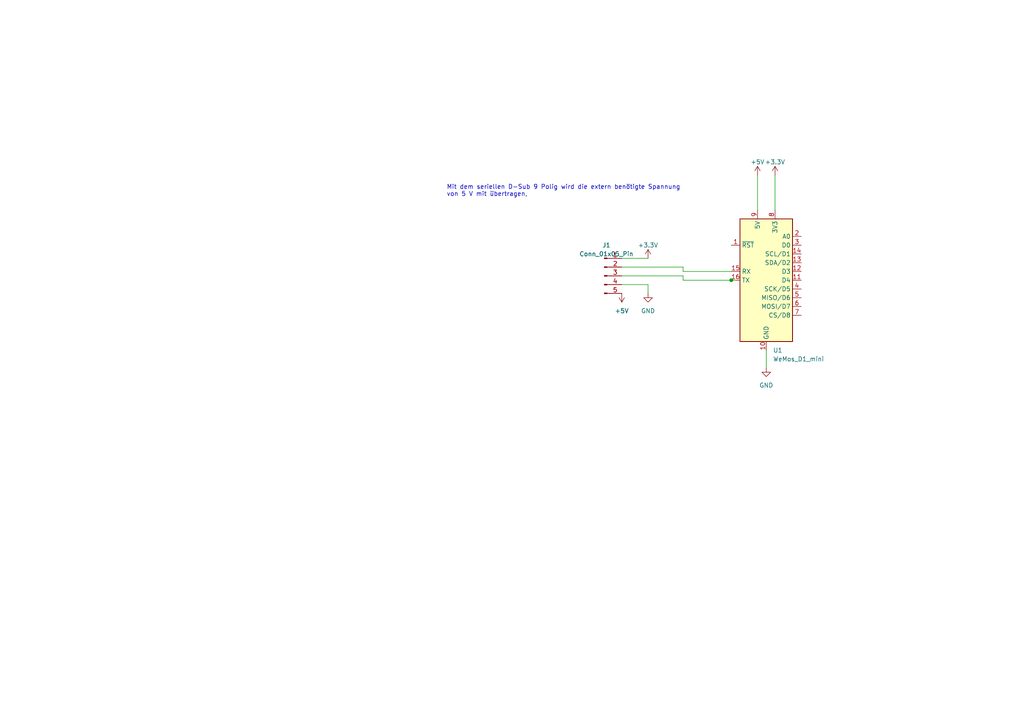
<source format=kicad_sch>
(kicad_sch (version 20230121) (generator eeschema)
  (paper "A4")
  (lib_symbols
    (symbol "Connector:Conn_01x05_Pin" (pin_names (offset 1.016) hide)
      (property "Reference" "J" (at 0 7.62 0))
      (property "Value" "Conn_01x05_Pin" (at 0 -7.62 0))
      (symbol "Conn_01x05_Pin_1_1"
        (polyline (pts (xy 1.27 -5.08) (xy 0.8636 -5.08)) (stroke (width 0.1524)))
        (polyline (pts (xy 1.27 -2.54) (xy 0.8636 -2.54)) (stroke (width 0.1524)))
        (polyline (pts (xy 1.27 0) (xy 0.8636 0)) (stroke (width 0.1524)))
        (polyline (pts (xy 1.27 2.54) (xy 0.8636 2.54)) (stroke (width 0.1524)))
        (polyline (pts (xy 1.27 5.08) (xy 0.8636 5.08)) (stroke (width 0.1524)))
        (rectangle (start 0.8636 -4.953) (end 0 -5.207) (stroke (width 0.1524)) (fill (type outline)))
        (rectangle (start 0.8636 -2.413) (end 0 -2.667) (stroke (width 0.1524)) (fill (type outline)))
        (rectangle (start 0.8636 0.127) (end 0 -0.127) (stroke (width 0.1524)) (fill (type outline)))
        (rectangle (start 0.8636 2.667) (end 0 2.413) (stroke (width 0.1524)) (fill (type outline)))
        (rectangle (start 0.8636 5.207) (end 0 4.953) (stroke (width 0.1524)) (fill (type outline)))
        (pin passive line (at 5.08 5.08 180) (length 3.81) (name "Pin_1") (number "1"))
        (pin passive line (at 5.08 2.54 180) (length 3.81) (name "Pin_2") (number "2"))
        (pin passive line (at 5.08 0 180) (length 3.81) (name "Pin_3") (number "3"))
        (pin passive line (at 5.08 -2.54 180) (length 3.81) (name "Pin_4") (number "4"))
        (pin passive line (at 5.08 -5.08 180) (length 3.81) (name "Pin_5") (number "5"))
      )
    )
    (symbol "MCU_Module:WeMos_D1_mini"
      (property "Reference" "U" (at 3.81 19.05 0))
      (property "Value" "WeMos_D1_mini" (at 1.27 -19.05 0))
      (symbol "WeMos_D1_mini_1_1"
        (rectangle (start -7.62 17.78) (end 7.62 -17.78) (stroke (width 0.254)) (fill (type background)))
        (pin input line (at -10.16 10.16 0) (length 2.54) (name "~{RST}") (number "1"))
        (pin power_in line (at 0 -20.32 90) (length 2.54) (name "GND") (number "10"))
        (pin bidirectional line (at 10.16 0 180) (length 2.54) (name "D4") (number "11"))
        (pin bidirectional line (at 10.16 2.54 180) (length 2.54) (name "D3") (number "12"))
        (pin bidirectional line (at 10.16 5.08 180) (length 2.54) (name "SDA/D2") (number "13"))
        (pin bidirectional line (at 10.16 7.62 180) (length 2.54) (name "SCL/D1") (number "14"))
        (pin input line (at -10.16 2.54 0) (length 2.54) (name "RX") (number "15"))
        (pin output line (at -10.16 0 0) (length 2.54) (name "TX") (number "16"))
        (pin input line (at 10.16 12.7 180) (length 2.54) (name "A0") (number "2"))
        (pin bidirectional line (at 10.16 10.16 180) (length 2.54) (name "D0") (number "3"))
        (pin bidirectional line (at 10.16 -2.54 180) (length 2.54) (name "SCK/D5") (number "4"))
        (pin bidirectional line (at 10.16 -5.08 180) (length 2.54) (name "MISO/D6") (number "5"))
        (pin bidirectional line (at 10.16 -7.62 180) (length 2.54) (name "MOSI/D7") (number "6"))
        (pin bidirectional line (at 10.16 -10.16 180) (length 2.54) (name "CS/D8") (number "7"))
        (pin power_out line (at 2.54 20.32 270) (length 2.54) (name "3V3") (number "8"))
        (pin power_in line (at -2.54 20.32 270) (length 2.54) (name "5V") (number "9"))
      )
    )
    (symbol "power:+3.3V" (power) (pin_names (offset 0))
      (property "Value" "+3.3V" (at 0 3.556 0))
      (symbol "+3.3V_0_1"
        (polyline (pts (xy -0.762 1.27) (xy 0 2.54)))
        (polyline (pts (xy 0 0) (xy 0 2.54)))
        (polyline (pts (xy 0 2.54) (xy 0.762 1.27)))
      )
      (symbol "+3.3V_1_1"
        (pin power_in line (at 0 0 90) (length 0) hide (name "+3.3V") (number "1"))
      )
    )
    (symbol "power:+5V" (power) (pin_names (offset 0))
      (property "Value" "+5V" (at 0 3.556 0))
      (symbol "+5V_0_1"
        (polyline (pts (xy -0.762 1.27) (xy 0 2.54)))
        (polyline (pts (xy 0 0) (xy 0 2.54)))
        (polyline (pts (xy 0 2.54) (xy 0.762 1.27)))
      )
      (symbol "+5V_1_1"
        (pin power_in line (at 0 0 90) (length 0) hide (name "+5V") (number "1"))
      )
    )
    (symbol "power:GND" (power) (pin_names (offset 0))
      (property "Value" "GND" (at 0 -3.81 0))
      (symbol "GND_0_1"
        (polyline (pts (xy 0 0) (xy 0 -1.27) (xy 1.27 -1.27) (xy 0 -2.54) (xy -1.27 -1.27) (xy 0 -1.27)))
      )
      (symbol "GND_1_1"
        (pin power_in line (at 0 0 270) (length 0) hide (name "GND") (number "1"))
      )
    )
  )
  (junction (at 212.09 81.28))
  (wire (pts (xy 219.71 50.8) (xy 219.71 60.96)))
  (wire (pts (xy 187.96 82.55) (xy 180.34 82.55)))
  (wire (pts (xy 222.25 101.6) (xy 222.25 106.68)))
  (wire (pts (xy 224.79 50.8) (xy 224.79 60.96)))
  (wire (pts (xy 198.12 81.28) (xy 212.09 81.28)))
  (wire (pts (xy 198.12 80.01) (xy 198.12 81.28)))
  (wire (pts (xy 180.34 77.47) (xy 198.12 77.47)))
  (wire (pts (xy 180.34 74.93) (xy 187.96 74.93)))
  (wire (pts (xy 180.34 80.01) (xy 198.12 80.01)))
  (wire (pts (xy 198.12 77.47) (xy 198.12 78.74)))
  (wire (pts (xy 187.96 85.09) (xy 187.96 82.55)))
  (wire (pts (xy 212.09 81.28) (xy 213.36 81.28)))
  (wire (pts (xy 198.12 78.74) (xy 212.09 78.74)))
  (text "Mit dem seriellen D-Sub 9 Polig wird die extern benötigte Spannung\nvon 5 V mit übertragen, " (at 129.54 57.15 0) (effects (font (size 1.27 1.27)) (justify left bottom)))
  (symbol (lib_id "power:+5V") (at 219.71 50.8 0) (unit 1)
    (property "Reference" "#PWR06" (effects hide))
    (property "Value" "+5V" (at 219.71 46.99 0))
  )
  (symbol (lib_id "power:GND") (at 222.25 106.68 0) (unit 1)
    (property "Reference" "#PWR02" (effects hide))
    (property "Value" "GND" (at 222.25 111.76 0))
  )
  (symbol (lib_id "MCU_Module:WeMos_D1_mini") (at 222.25 81.28 0) (unit 1)
    (property "Reference" "U1" (at 224.2059 101.6 0) (effects (justify left)))
    (property "Value" "WeMos_D1_mini" (at 224.2059 104.14 0) (effects (justify left)))
    (property "Footprint" "Module:WEMOS_D1_mini_light" (effects hide))
    (property "Datasheet" "https://wiki.wemos.cc/products:d1:d1_mini#documentation" (effects hide))
  )
  (symbol (lib_id "power:+3.3V") (at 187.96 74.93 0) (unit 1)
    (property "Reference" "#PWR03" (effects hide))
    (property "Value" "+3.3V" (at 187.96 71.12 0))
  )
  (symbol (lib_id "power:GND") (at 187.96 85.09 0) (unit 1)
    (property "Reference" "#PWR04" (effects hide))
    (property "Value" "GND" (at 187.96 90.17 0))
  )
  (symbol (lib_id "power:+3.3V") (at 224.79 50.8 0) (unit 1)
    (property "Reference" "#PWR01" (effects hide))
    (property "Value" "+3.3V" (at 224.79 46.99 0))
  )
  (symbol (lib_id "Connector:Conn_01x05_Pin") (at 175.26 80.01 0) (unit 1)
    (property "Reference" "J1" (at 175.895 71.12 0))
    (property "Value" "Conn_01x05_Pin" (at 175.895 73.66 0))
    (property "Footprint" "Connector_PinHeader_2.54mm:PinHeader_1x05_P2.54mm_Vertical" (effects hide))
  )
  (symbol (lib_id "power:+5V") (at 180.34 85.09 180) (unit 1)
    (property "Reference" "#PWR05" (effects hide))
    (property "Value" "+5V" (at 180.34 90.17 0))
  )
)
</source>
